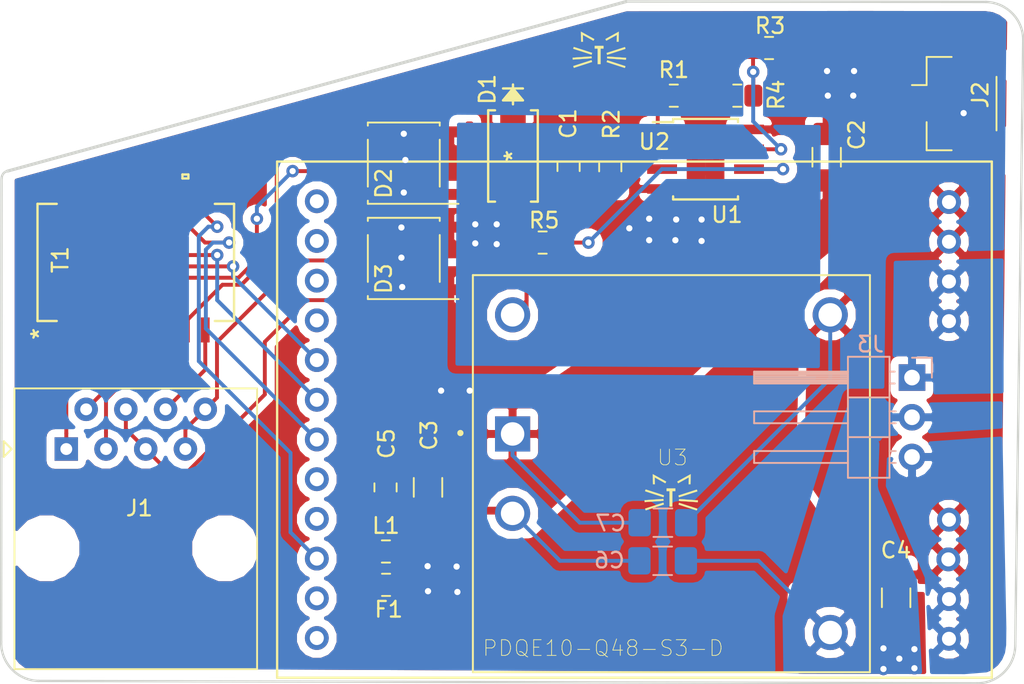
<source format=kicad_pcb>
(kicad_pcb (version 20171130) (host pcbnew "(5.0.0)")
  (layers (0 F.Cu signal) (31 B.Cu signal) (34 B.Paste user hide) (35 F.Paste user hide) (36 B.SilkS user) (37 F.SilkS user) (38 B.Mask user hide) (39 F.Mask user hide) (44 Edge.Cuts user))
  (net 0 "")
  (net 1 /VDD)
  (net 2 /VSS)
  (net 3 "Net-(C2-Pad2)")
  (net 4 "Net-(D2-Pad4)")
  (net 5 "Net-(D2-Pad3)")
  (net 6 "Net-(D3-Pad3)")
  (net 7 "Net-(D3-Pad4)")
  (net 8 "Net-(J1-Pad1)")
  (net 9 "Net-(J1-Pad2)")
  (net 10 "Net-(J1-Pad3)")
  (net 11 "Net-(J1-Pad6)")
  (net 12 /3V3DC)
  (net 13 /VREG)
  (net 14 /12VDC)
  (net 15 "Net-(R1-Pad1)")
  (net 16 "Net-(R2-Pad1)")
  (net 17 "Net-(R3-Pad2)")
  (net 18 "Net-(R5-Pad2)")
  (net 19 "Net-(R5-Pad1)")
  (net 20 "Net-(T1-Pad9)")
  (net 21 "Net-(T1-Pad11)")
  (net 22 "Net-(T1-Pad14)")
  (net 23 /-VREG)
  (net 24 "Net-(T1-Pad16)")
  (net 25 "Net-(C3-Pad1)")
  (net 26 "Net-(F1-Pad1)")
  (module "My Library:CONV_PDQE10-Q48-S3-D" (layer F.Cu) (at 138.7856 99.1108 90)
    (fp_text reference U3 (at 1.0287 0.0635 180) (layer F.SilkS) (effects (font (size 1.00157 1.00157) (thickness 0.05))))
    (fp_text value PDQE10-Q48-S3-D (at -11.1633 -4.3688 180) (layer F.SilkS) (effects (font (size 1.00286 1.00286) (thickness 0.05))))
    (pad 1 thru_hole rect (at 2.54 -10.16 90) (size 2.25 2.25) (drill 1.5) (layers *.Cu *.Mask) (net 3 "Net-(C2-Pad2)"))
    (pad 2 thru_hole circle (at -2.54 -10.16 90) (size 2.25 2.25) (drill 1.5) (layers *.Cu *.Mask) (net 25 "Net-(C3-Pad1)"))
    (pad 3 thru_hole circle (at -10.16 10.16 90) (size 2.25 2.25) (drill 1.5) (layers *.Cu *.Mask) (net 13 /VREG))
    (pad 5 thru_hole circle (at 10.16 10.16 90) (size 2.25 2.25) (drill 1.5) (layers *.Cu *.Mask) (net 23 /-VREG))
    (pad 6 thru_hole circle (at 10.16 -10.16 90) (size 2.25 2.25) (drill 1.5) (layers *.Cu *.Mask) (net 18 "Net-(R5-Pad2)"))
  )
  (module "My Library:S558-5500-25-F" (layer F.Cu) (at 104.521 85.598 90)
    (fp_text reference T1 (at 0.1778 -4.826 90) (layer F.SilkS))
    (fp_text value S558-5500-25-F hide)
    (fp_text user * (at -4.572 -6.1468 90) (layer F.SilkS))
    (pad 16 smd rect (at 4.318 -4.445 90) (size 1.6002 0.5588) (layers F.Cu F.Paste F.Mask) (net 24 "Net-(T1-Pad16)"))
    (pad 15 smd rect (at 4.318 -3.175 90) (size 1.6002 0.5588) (layers F.Cu F.Paste F.Mask))
    (pad 14 smd rect (at 4.318 -1.905 90) (size 1.6002 0.5588) (layers F.Cu F.Paste F.Mask) (net 22 "Net-(T1-Pad14)"))
    (pad 13 smd rect (at 4.318 -0.635 90) (size 1.6002 0.5588) (layers F.Cu F.Paste F.Mask))
    (pad 12 smd rect (at 4.318 0.635 90) (size 1.6002 0.5588) (layers F.Cu F.Paste F.Mask))
    (pad 11 smd rect (at 4.318 1.905 90) (size 1.6002 0.5588) (layers F.Cu F.Paste F.Mask) (net 21 "Net-(T1-Pad11)"))
    (pad 10 smd rect (at 4.318 3.175 90) (size 1.6002 0.5588) (layers F.Cu F.Paste F.Mask))
    (pad 9 smd rect (at 4.318 4.445 90) (size 1.6002 0.5588) (layers F.Cu F.Paste F.Mask) (net 20 "Net-(T1-Pad9)"))
    (pad 8 smd rect (at -4.318 4.445 90) (size 1.6002 0.5588) (layers F.Cu F.Paste F.Mask) (net 11 "Net-(J1-Pad6)"))
    (pad 7 smd rect (at -4.318 3.175 90) (size 1.6002 0.5588) (layers F.Cu F.Paste F.Mask) (net 5 "Net-(D2-Pad3)"))
    (pad 6 smd rect (at -4.318 1.905 90) (size 1.6002 0.5588) (layers F.Cu F.Paste F.Mask) (net 10 "Net-(J1-Pad3)"))
    (pad 5 smd rect (at -4.318 0.635 90) (size 1.6002 0.5588) (layers F.Cu F.Paste F.Mask))
    (pad 4 smd rect (at -4.318 -0.635 90) (size 1.6002 0.5588) (layers F.Cu F.Paste F.Mask))
    (pad 3 smd rect (at -4.318 -1.905 90) (size 1.6002 0.5588) (layers F.Cu F.Paste F.Mask) (net 9 "Net-(J1-Pad2)"))
    (pad 2 smd rect (at -4.318 -3.175 90) (size 1.6002 0.5588) (layers F.Cu F.Paste F.Mask) (net 4 "Net-(D2-Pad4)"))
    (pad 1 smd rect (at -4.318 -4.445 90) (size 1.6002 0.5588) (layers F.Cu F.Paste F.Mask) (net 8 "Net-(J1-Pad1)"))
  )
  (module "My Library:RJ45_Amphenol_54602-x08_Horizontal" (layer F.Cu) (at 100.076 97.536)
    (fp_text reference J1 (at 4.6736 3.7846) (layer F.SilkS))
    (fp_text value RJ45)
    (pad 8 thru_hole circle (at 8.89 -2.54) (size 1.5 1.5) (drill 0.76) (layers *.Cu *.Mask) (net 6 "Net-(D3-Pad3)"))
    (pad 7 thru_hole circle (at 7.62 0) (size 1.5 1.5) (drill 0.76) (layers *.Cu *.Mask) (net 6 "Net-(D3-Pad3)"))
    (pad 6 thru_hole circle (at 6.35 -2.54) (size 1.5 1.5) (drill 0.76) (layers *.Cu *.Mask) (net 11 "Net-(J1-Pad6)"))
    (pad 5 thru_hole circle (at 5.08 0) (size 1.5 1.5) (drill 0.76) (layers *.Cu *.Mask) (net 7 "Net-(D3-Pad4)"))
    (pad 4 thru_hole circle (at 3.81 -2.54) (size 1.5 1.5) (drill 0.76) (layers *.Cu *.Mask) (net 7 "Net-(D3-Pad4)"))
    (pad 3 thru_hole circle (at 2.54 0) (size 1.5 1.5) (drill 0.76) (layers *.Cu *.Mask) (net 10 "Net-(J1-Pad3)"))
    (pad 2 thru_hole circle (at 1.27 -2.54) (size 1.5 1.5) (drill 0.76) (layers *.Cu *.Mask) (net 9 "Net-(J1-Pad2)"))
    (pad 1 thru_hole rect (at 0 0) (size 1.5 1.5) (drill 0.76) (layers *.Cu *.Mask) (net 8 "Net-(J1-Pad1)"))
    (pad "" np_thru_hole circle (at -1.27 6.35) (size 3.2 3.2) (drill 3.2) (layers *.Cu *.Mask))
    (pad "" np_thru_hole circle (at 10.16 6.35) (size 3.2 3.2) (drill 3.2) (layers *.Cu *.Mask))
  )
  (module "PoESpeak:LOGO (2)" (layer F.Cu) (at 138.7602 100.3046)
    (fp_text reference G*** hide)
    (fp_text value LOGO hide)
  )
  (module Capacitor_SMD:C_0805_2012Metric_Pad1.15x1.40mm_HandSolder (layer F.Cu) (at 132.207 79.493 270)
    (fp_text reference C1 (at -2.7723 0.0254 270) (layer F.SilkS))
    (fp_text value 0.1uF)
    (pad 1 smd roundrect (at -1.025 0 270) (size 1.15 1.4) (layers F.Cu F.Paste F.Mask) (roundrect_rratio 0.217391) (net 1 /VDD))
    (pad 2 smd roundrect (at 1.025 0 270) (size 1.15 1.4) (layers F.Cu F.Paste F.Mask) (roundrect_rratio 0.217391) (net 2 /VSS))
  )
  (module "My Library:SMAJ58A-13-F" (layer F.Cu) (at 128.651 78.7878 270)
    (fp_text reference D1 (at -4.2642 1.6383 270) (layer F.SilkS))
    (fp_text value SMAJ58JA hide)
    (fp_text user * (at 0 0 270) (layer F.SilkS))
    (pad 1 smd rect (at -1.8572 0) (size 1.63 2.1804) (layers F.Cu F.Paste F.Mask) (net 1 /VDD))
    (pad 2 smd rect (at 1.8572 0) (size 1.63 2.1804) (layers F.Cu F.Paste F.Mask) (net 2 /VSS))
  )
  (module Diode_SMD:Diode_Bridge_Diotec_ABS (layer F.Cu) (at 121.666 79.248 180)
    (fp_text reference D2 (at 1.2827 -1.2954 270) (layer F.SilkS))
    (fp_text value ABS2)
    (pad 4 smd rect (at 2.975 -2 180) (size 1 0.7) (layers F.Cu F.Paste F.Mask) (net 4 "Net-(D2-Pad4)"))
    (pad 3 smd rect (at 2.975 2 180) (size 1 0.7) (layers F.Cu F.Paste F.Mask) (net 5 "Net-(D2-Pad3)"))
    (pad 2 smd rect (at -2.975 2 180) (size 1 0.7) (layers F.Cu F.Paste F.Mask) (net 2 /VSS))
    (pad 1 smd rect (at -2.975 -2 180) (size 1 0.7) (layers F.Cu F.Paste F.Mask) (net 1 /VDD))
  )
  (module Diode_SMD:Diode_Bridge_Diotec_ABS (layer F.Cu) (at 121.666 85.344 180)
    (fp_text reference D3 (at 1.2827 -1.2954 270) (layer F.SilkS))
    (fp_text value ABS2)
    (pad 1 smd rect (at -2.975 -2 180) (size 1 0.7) (layers F.Cu F.Paste F.Mask) (net 1 /VDD))
    (pad 2 smd rect (at -2.975 2 180) (size 1 0.7) (layers F.Cu F.Paste F.Mask) (net 2 /VSS))
    (pad 3 smd rect (at 2.975 2 180) (size 1 0.7) (layers F.Cu F.Paste F.Mask) (net 6 "Net-(D3-Pad3)"))
    (pad 4 smd rect (at 2.975 -2 180) (size 1 0.7) (layers F.Cu F.Paste F.Mask) (net 7 "Net-(D3-Pad4)"))
  )
  (module Connector_JST:JST_GH_BM02B-GHS-TBT_1x02-1MP_P1.25mm_Vertical (layer F.Cu) (at 156.972 75.438 270)
    (fp_text reference J2 (at -0.5588 -1.5748 270) (layer F.SilkS))
    (fp_text value Conn_01x02_Male)
    (pad 1 smd rect (at -0.625 1.95 270) (size 0.6 1.7) (layers F.Cu F.Paste F.Mask) (net 3 "Net-(C2-Pad2)"))
    (pad 2 smd rect (at 0.625 1.95 270) (size 0.6 1.7) (layers F.Cu F.Paste F.Mask) (net 1 /VDD))
    (pad MP smd rect (at -2.475 -1.4 270) (size 1 2.8) (layers F.Cu F.Paste F.Mask))
    (pad MP smd rect (at 2.475 -1.4 270) (size 1 2.8) (layers F.Cu F.Paste F.Mask))
  )
  (module Connector_PinHeader_2.54mm:PinHeader_1x03_P2.54mm_Horizontal (layer B.Cu) (at 154.178 92.964 180)
    (fp_text reference J3 (at 2.65684 2.12852 180) (layer B.SilkS) (effects (justify mirror)))
    (fp_text value Conn_01x03_Male)
    (pad 1 thru_hole rect (at 0 0 180) (size 1.7 1.7) (drill 1) (layers *.Cu *.Mask) (net 12 /3V3DC))
    (pad 2 thru_hole oval (at 0 -2.54 180) (size 1.7 1.7) (drill 1) (layers *.Cu *.Mask) (net 13 /VREG))
    (pad 3 thru_hole oval (at 0 -5.08 180) (size 1.7 1.7) (drill 1) (layers *.Cu *.Mask) (net 14 /12VDC))
  )
  (module Resistor_SMD:R_0805_2012Metric_Pad1.15x1.40mm_HandSolder (layer F.Cu) (at 138.938 74.93)
    (fp_text reference R1 (at 0 -1.65) (layer F.SilkS))
    (fp_text value 287K)
    (pad 1 smd roundrect (at -1.025 0) (size 1.15 1.4) (layers F.Cu F.Paste F.Mask) (roundrect_rratio 0.217391) (net 15 "Net-(R1-Pad1)"))
    (pad 2 smd roundrect (at 1.025 0) (size 1.15 1.4) (layers F.Cu F.Paste F.Mask) (roundrect_rratio 0.217391) (net 2 /VSS))
  )
  (module Resistor_SMD:R_0805_2012Metric_Pad1.15x1.40mm_HandSolder (layer F.Cu) (at 134.874 79.511 270)
    (fp_text reference R2 (at -2.7522 -0.0762 270) (layer F.SilkS))
    (fp_text value 255)
    (pad 1 smd roundrect (at -1.025 0 270) (size 1.15 1.4) (layers F.Cu F.Paste F.Mask) (roundrect_rratio 0.217391) (net 16 "Net-(R2-Pad1)"))
    (pad 2 smd roundrect (at 1.025 0 270) (size 1.15 1.4) (layers F.Cu F.Paste F.Mask) (roundrect_rratio 0.217391) (net 2 /VSS))
  )
  (module Resistor_SMD:R_0805_2012Metric_Pad1.15x1.40mm_HandSolder (layer F.Cu) (at 145.034 71.882 180)
    (fp_text reference R3 (at -0.0635 1.4224 180) (layer F.SilkS))
    (fp_text value 23.2k)
    (pad 2 smd roundrect (at 1.025 0 180) (size 1.15 1.4) (layers F.Cu F.Paste F.Mask) (roundrect_rratio 0.217391) (net 17 "Net-(R3-Pad2)"))
    (pad 1 smd roundrect (at -1.025 0 180) (size 1.15 1.4) (layers F.Cu F.Paste F.Mask) (roundrect_rratio 0.217391) (net 1 /VDD))
  )
  (module Resistor_SMD:R_0805_2012Metric_Pad1.15x1.40mm_HandSolder (layer F.Cu) (at 143.002 74.93 180)
    (fp_text reference R4 (at -2.4892 0.0508 270) (layer F.SilkS))
    (fp_text value 1.62k)
    (pad 1 smd roundrect (at -1.025 0 180) (size 1.15 1.4) (layers F.Cu F.Paste F.Mask) (roundrect_rratio 0.217391) (net 17 "Net-(R3-Pad2)"))
    (pad 2 smd roundrect (at 1.025 0 180) (size 1.15 1.4) (layers F.Cu F.Paste F.Mask) (roundrect_rratio 0.217391) (net 2 /VSS))
  )
  (module Resistor_SMD:R_0805_2012Metric_Pad1.15x1.40mm_HandSolder (layer F.Cu) (at 130.547 84.328 180)
    (fp_text reference R5 (at -0.0979 1.4224 180) (layer F.SilkS))
    (fp_text value 0)
    (pad 2 smd roundrect (at 1.025 0 180) (size 1.15 1.4) (layers F.Cu F.Paste F.Mask) (roundrect_rratio 0.217391) (net 18 "Net-(R5-Pad2)"))
    (pad 1 smd roundrect (at -1.025 0 180) (size 1.15 1.4) (layers F.Cu F.Paste F.Mask) (roundrect_rratio 0.217391) (net 19 "Net-(R5-Pad1)"))
  )
  (module Package_SO:TI_SO-PowerPAD-8 (layer F.Cu) (at 140.97 78.994)
    (fp_text reference U1 (at 1.3716 3.556) (layer F.SilkS))
    (fp_text value TPS2376-H)
    (pad 1 smd rect (at -2.78 -1.905) (size 1.91 0.61) (layers F.Cu F.Paste F.Mask) (net 15 "Net-(R1-Pad1)"))
    (pad 2 smd rect (at -2.78 -0.635) (size 1.91 0.61) (layers F.Cu F.Paste F.Mask) (net 16 "Net-(R2-Pad1)"))
    (pad 3 smd rect (at -2.78 0.635) (size 1.91 0.61) (layers F.Cu F.Paste F.Mask))
    (pad 4 smd rect (at -2.78 1.905) (size 1.91 0.61) (layers F.Cu F.Paste F.Mask) (net 2 /VSS))
    (pad 5 smd rect (at 2.78 1.905) (size 1.91 0.61) (layers F.Cu F.Paste F.Mask) (net 3 "Net-(C2-Pad2)"))
    (pad 6 smd rect (at 2.78 0.635) (size 1.91 0.61) (layers F.Cu F.Paste F.Mask) (net 19 "Net-(R5-Pad1)"))
    (pad 7 smd rect (at 2.78 -0.635) (size 1.91 0.61) (layers F.Cu F.Paste F.Mask) (net 17 "Net-(R3-Pad2)"))
    (pad 8 smd rect (at 2.78 -1.905) (size 1.91 0.61) (layers F.Cu F.Paste F.Mask) (net 1 /VDD))
    (pad 9 smd rect (at 0.6025 0.775) (size 1.205 1.55) (layers F.Cu F.Paste F.Mask) (net 2 /VSS))
    (pad 9 smd rect (at 0.6025 -0.775) (size 1.205 1.55) (layers F.Cu F.Paste F.Mask) (net 2 /VSS))
    (pad 9 smd rect (at -0.6025 0.775) (size 1.205 1.55) (layers F.Cu F.Paste F.Mask) (net 2 /VSS))
    (pad 9 smd rect (at -0.6025 -0.775) (size 1.205 1.55) (layers F.Cu F.Paste F.Mask) (net 2 /VSS))
  )
  (module PoESpeak:mEZS84801A (layer F.Cu) (at 116.102201 81.685201)
    (fp_text reference U2 (at 21.59 -3.81) (layer F.SilkS))
    (fp_text value mEZS84801A)
    (pad 1 thru_hole circle (at 0 0) (size 1.524 1.524) (drill 0.9) (layers *.Cu *.Mask))
    (pad 2 thru_hole circle (at 0 2.54) (size 1.524 1.524) (drill 0.9) (layers *.Cu *.Mask))
    (pad 3 thru_hole circle (at 0 5.08) (size 1.524 1.524) (drill 0.9) (layers *.Cu *.Mask))
    (pad 4 thru_hole circle (at 0 7.62) (size 1.524 1.524) (drill 0.9) (layers *.Cu *.Mask))
    (pad 5 thru_hole circle (at 0 10.16) (size 1.524 1.524) (drill 0.9) (layers *.Cu *.Mask) (net 24 "Net-(T1-Pad16)"))
    (pad 6 thru_hole circle (at 0 12.7) (size 1.524 1.524) (drill 0.9) (layers *.Cu *.Mask) (net 22 "Net-(T1-Pad14)"))
    (pad 7 thru_hole circle (at 0 15.24) (size 1.524 1.524) (drill 0.9) (layers *.Cu *.Mask) (net 21 "Net-(T1-Pad11)"))
    (pad 8 thru_hole circle (at 0 17.78) (size 1.524 1.524) (drill 0.9) (layers *.Cu *.Mask))
    (pad 9 thru_hole circle (at 0 20.32) (size 1.524 1.524) (drill 0.9) (layers *.Cu *.Mask))
    (pad 10 thru_hole circle (at 0 22.86) (size 1.524 1.524) (drill 0.9) (layers *.Cu *.Mask) (net 20 "Net-(T1-Pad9)"))
    (pad 11 thru_hole circle (at 0 25.4) (size 1.524 1.524) (drill 0.9) (layers *.Cu *.Mask))
    (pad 12 thru_hole circle (at 0 27.94) (size 1.524 1.524) (drill 0.9) (layers *.Cu *.Mask))
    (pad 13 thru_hole circle (at 40.44 27.99) (size 1.524 1.524) (drill 0.9) (layers *.Cu *.Mask) (net 14 /12VDC))
    (pad 14 thru_hole circle (at 40.44 25.45) (size 1.524 1.524) (drill 0.9) (layers *.Cu *.Mask) (net 14 /12VDC))
    (pad 15 thru_hole circle (at 40.4 22.91) (size 1.524 1.524) (drill 0.9) (layers *.Cu *.Mask) (net 23 /-VREG))
    (pad 16 thru_hole circle (at 40.44 20.37) (size 1.524 1.524) (drill 0.9) (layers *.Cu *.Mask) (net 23 /-VREG))
    (pad 17 thru_hole circle (at 40.44 7.67) (size 1.524 1.524) (drill 0.9) (layers *.Cu *.Mask) (net 12 /3V3DC))
    (pad 18 thru_hole circle (at 40.44 5.13) (size 1.524 1.524) (drill 0.9) (layers *.Cu *.Mask) (net 12 /3V3DC))
    (pad 19 thru_hole circle (at 40.44 2.59) (size 1.524 1.524) (drill 0.9) (layers *.Cu *.Mask) (net 23 /-VREG))
    (pad 20 thru_hole circle (at 40.44 0.05) (size 1.524 1.524) (drill 0.9) (layers *.Cu *.Mask) (net 23 /-VREG))
  )
  (module Capacitor_SMD:C_1206_3216Metric_Pad1.42x1.75mm_HandSolder (layer F.Cu) (at 148.717 78.867 270)
    (fp_text reference C2 (at -1.42748 -1.92024 270) (layer F.SilkS))
    (fp_text value 22uF)
    (pad 1 smd roundrect (at -1.4875 0 270) (size 1.425 1.75) (layers F.Cu F.Paste F.Mask) (roundrect_rratio 0.175439) (net 1 /VDD))
    (pad 2 smd roundrect (at 1.4875 0 270) (size 1.425 1.75) (layers F.Cu F.Paste F.Mask) (roundrect_rratio 0.175439) (net 3 "Net-(C2-Pad2)"))
  )
  (module Capacitor_SMD:C_1206_3216Metric_Pad1.42x1.75mm_HandSolder (layer F.Cu) (at 123.2154 99.9887 90)
    (fp_text reference C3 (at 3.329 0.0635 90) (layer F.SilkS))
    (fp_text value 1uF)
    (pad 1 smd roundrect (at -1.4875 0 90) (size 1.425 1.75) (layers F.Cu F.Paste F.Mask) (roundrect_rratio 0.175439) (net 25 "Net-(C3-Pad1)"))
    (pad 2 smd roundrect (at 1.4875 0 90) (size 1.425 1.75) (layers F.Cu F.Paste F.Mask) (roundrect_rratio 0.175439) (net 3 "Net-(C2-Pad2)"))
  )
  (module Capacitor_SMD:C_1206_3216Metric_Pad1.42x1.75mm_HandSolder (layer F.Cu) (at 153.162 107.0499 90)
    (fp_text reference C4 (at 3.0369 -0.0127 180) (layer F.SilkS))
    (fp_text value 10uF)
    (pad 2 smd roundrect (at 1.4875 0 90) (size 1.425 1.75) (layers F.Cu F.Paste F.Mask) (roundrect_rratio 0.175439) (net 23 /-VREG))
    (pad 1 smd roundrect (at -1.4875 0 90) (size 1.425 1.75) (layers F.Cu F.Paste F.Mask) (roundrect_rratio 0.175439) (net 13 /VREG))
  )
  (module Capacitor_SMD:C_0805_2012Metric_Pad1.15x1.40mm_HandSolder (layer F.Cu) (at 120.4976 99.9908 90)
    (fp_text reference C5 (at 2.7977 0.0635 90) (layer F.SilkS))
    (fp_text value 0.1uF)
    (pad 1 smd roundrect (at -1.025 0 90) (size 1.15 1.4) (layers F.Cu F.Paste F.Mask) (roundrect_rratio 0.217391) (net 25 "Net-(C3-Pad1)"))
    (pad 2 smd roundrect (at 1.025 0 90) (size 1.15 1.4) (layers F.Cu F.Paste F.Mask) (roundrect_rratio 0.217391) (net 3 "Net-(C2-Pad2)"))
  )
  (module Capacitor_SMD:C_1206_3216Metric_Pad1.42x1.75mm_HandSolder (layer B.Cu) (at 138.2252 104.6861)
    (fp_text reference C6 (at -3.40708 -0.03302) (layer B.SilkS) (effects (justify mirror)))
    (fp_text value "1nF 2kv")
    (pad 1 smd roundrect (at -1.4875 0) (size 1.425 1.75) (layers B.Cu B.Paste B.Mask) (roundrect_rratio 0.175439) (net 25 "Net-(C3-Pad1)"))
    (pad 2 smd roundrect (at 1.4875 0) (size 1.425 1.75) (layers B.Cu B.Paste B.Mask) (roundrect_rratio 0.175439) (net 13 /VREG))
  )
  (module Capacitor_SMD:C_1206_3216Metric_Pad1.42x1.75mm_HandSolder (layer B.Cu) (at 138.2395 102.2477)
    (fp_text reference C7 (at -3.3401 0.03302) (layer B.SilkS) (effects (justify mirror)))
    (fp_text value "1nF 2kv")
    (pad 2 smd roundrect (at 1.4875 0) (size 1.425 1.75) (layers B.Cu B.Paste B.Mask) (roundrect_rratio 0.175439) (net 23 /-VREG))
    (pad 1 smd roundrect (at -1.4875 0) (size 1.425 1.75) (layers B.Cu B.Paste B.Mask) (roundrect_rratio 0.175439) (net 3 "Net-(C2-Pad2)"))
  )
  (module Fuse:Fuse_0805_2012Metric_Pad1.15x1.40mm_HandSolder (layer F.Cu) (at 120.532 106.2228)
    (fp_text reference F1 (at 0.1688 1.5748) (layer F.SilkS))
    (fp_text value Fuse)
    (pad 1 smd roundrect (at -1.025 0) (size 1.15 1.4) (layers F.Cu F.Paste F.Mask) (roundrect_rratio 0.217391) (net 26 "Net-(F1-Pad1)"))
    (pad 2 smd roundrect (at 1.025 0) (size 1.15 1.4) (layers F.Cu F.Paste F.Mask) (roundrect_rratio 0.217391) (net 1 /VDD))
  )
  (module Inductor_SMD:L_0805_2012Metric_Pad1.15x1.40mm_HandSolder (layer F.Cu) (at 120.523 104.0892)
    (fp_text reference L1 (at 0 -1.65) (layer F.SilkS))
    (fp_text value LQM2MPN4R7MG0L)
    (pad 1 smd roundrect (at -1.025 0) (size 1.15 1.4) (layers F.Cu F.Paste F.Mask) (roundrect_rratio 0.217391) (net 26 "Net-(F1-Pad1)"))
    (pad 2 smd roundrect (at 1.025 0) (size 1.15 1.4) (layers F.Cu F.Paste F.Mask) (roundrect_rratio 0.217391) (net 25 "Net-(C3-Pad1)"))
  )
  (module "PoESpeak:LOGO (2)" (layer F.Cu) (at 134.1628 71.9963)
    (fp_text reference G*** hide)
    (fp_text value LOGO hide)
  )
  (gr_arc (start 96.4184 80.2132) (end 96.291401 79.756001) (angle -74.475889) (layer Edge.Cuts) (width 0.15))
  (gr_line (start 96.3168 79.756) (end 135.89 68.9102) (layer Edge.Cuts) (width 0.2))
  (gr_line (start 95.9104 109.8804) (end 95.9358 80.2386) (layer Edge.Cuts) (width 0.15))
  (gr_line (start 160.782 110.1344) (end 161.29 71.374) (layer Edge.Cuts) (width 0.15))
  (gr_line (start 158.9024 68.9356) (end 135.89 68.9102) (layer Edge.Cuts) (width 0.15))
  (gr_arc (start 158.8516 71.374) (end 161.29 71.374) (angle -88.80653406) (layer Edge.Cuts) (width 0.15))
  (gr_line (start 98.298 112.3696) (end 158.3436 112.522) (layer Edge.Cuts) (width 0.15))
  (gr_arc (start 158.343599 110.083601) (end 158.3436 112.522) (angle -88.80650959) (layer Edge.Cuts) (width 0.15))
  (gr_arc (start 98.348799 109.931199) (end 95.9104 109.8804) (angle -90) (layer Edge.Cuts) (width 0.15))
  (segment (start 123.891 81.248) (end 123.796 81.153) (width 0.25) (layer F.Cu) (net 1))
  (segment (start 124.641 81.248) (end 123.891 81.248) (width 0.25) (layer F.Cu) (net 1))
  (segment (start 123.796 81.153) (end 122.301 81.153) (width 0.25) (layer F.Cu) (net 1))
  (via (at 121.666 77.3684) (size 0.8) (drill 0.4) (layers F.Cu B.Cu) (net 1))
  (via (at 121.7676 79.0448) (size 0.8) (drill 0.4) (layers F.Cu B.Cu) (net 1))
  (via (at 121.5136 83.3628) (size 0.8) (drill 0.4) (layers F.Cu B.Cu) (net 1))
  (via (at 121.5136 85.2932) (size 0.8) (drill 0.4) (layers F.Cu B.Cu) (net 1))
  (via (at 121.5644 87.1728) (size 0.8) (drill 0.4) (layers F.Cu B.Cu) (net 1))
  (via (at 121.666 81.1276) (size 0.8) (drill 0.4) (layers F.Cu B.Cu) (net 1))
  (via (at 150.4188 74.93) (size 0.8) (drill 0.4) (layers F.Cu B.Cu) (net 1))
  (via (at 148.7932 74.93) (size 0.8) (drill 0.4) (layers F.Cu B.Cu) (net 1))
  (via (at 148.7424 73.3552) (size 0.8) (drill 0.4) (layers F.Cu B.Cu) (net 1))
  (via (at 150.4696 73.3552) (size 0.8) (drill 0.4) (layers F.Cu B.Cu) (net 1))
  (via (at 157.48 76.0476) (size 0.8) (drill 0.4) (layers F.Cu B.Cu) (net 1))
  (segment (start 155.022 76.063) (end 157.4646 76.063) (width 0.25) (layer F.Cu) (net 1))
  (segment (start 157.4646 76.063) (end 157.48 76.0476) (width 0.25) (layer F.Cu) (net 1))
  (via (at 123.19 105.029) (size 0.8) (drill 0.4) (layers F.Cu B.Cu) (net 1))
  (via (at 125.0442 105.0544) (size 0.8) (drill 0.4) (layers F.Cu B.Cu) (net 1))
  (via (at 123.2154 106.6292) (size 0.8) (drill 0.4) (layers F.Cu B.Cu) (net 1))
  (via (at 125.095 106.68) (size 0.8) (drill 0.4) (layers F.Cu B.Cu) (net 1))
  (via (at 124.0536 93.8022) (size 0.8) (drill 0.4) (layers F.Cu B.Cu) (net 1))
  (via (at 125.8824 93.8022) (size 0.8) (drill 0.4) (layers F.Cu B.Cu) (net 1))
  (via (at 137.3632 82.804) (size 0.8) (drill 0.4) (layers F.Cu B.Cu) (net 2))
  (via (at 139.0904 82.8548) (size 0.8) (drill 0.4) (layers F.Cu B.Cu) (net 2))
  (via (at 140.716 82.8548) (size 0.8) (drill 0.4) (layers F.Cu B.Cu) (net 2))
  (via (at 137.3632 84.1756) (size 0.8) (drill 0.4) (layers F.Cu B.Cu) (net 2))
  (via (at 139.0396 84.1756) (size 0.8) (drill 0.4) (layers F.Cu B.Cu) (net 2))
  (via (at 140.716 84.2264) (size 0.8) (drill 0.4) (layers F.Cu B.Cu) (net 2))
  (via (at 136.0932 83.4136) (size 0.8) (drill 0.4) (layers F.Cu B.Cu) (net 2))
  (via (at 126.238 83.1596) (size 0.8) (drill 0.4) (layers F.Cu B.Cu) (net 2))
  (via (at 127.6096 83.1596) (size 0.8) (drill 0.4) (layers F.Cu B.Cu) (net 2))
  (via (at 126.238 84.3788) (size 0.8) (drill 0.4) (layers F.Cu B.Cu) (net 2))
  (via (at 127.6096 84.4296) (size 0.8) (drill 0.4) (layers F.Cu B.Cu) (net 2))
  (segment (start 120.9622 98.5012) (end 120.4976 98.9658) (width 0.5) (layer F.Cu) (net 3))
  (segment (start 123.2154 98.5012) (end 120.9622 98.5012) (width 0.5) (layer F.Cu) (net 3))
  (segment (start 128.6256 98.1958) (end 128.6256 96.5708) (width 0.5) (layer F.Cu) (net 3))
  (segment (start 128.3202 98.5012) (end 128.6256 98.1958) (width 0.5) (layer F.Cu) (net 3))
  (segment (start 123.2154 98.5012) (end 128.3202 98.5012) (width 0.5) (layer F.Cu) (net 3))
  (segment (start 128.6256 97.9458) (end 128.6256 96.5708) (width 0.25) (layer B.Cu) (net 3))
  (segment (start 132.9275 102.2477) (end 128.6256 97.9458) (width 0.25) (layer B.Cu) (net 3))
  (segment (start 136.752 102.2477) (end 132.9275 102.2477) (width 0.25) (layer B.Cu) (net 3))
  (segment (start 101.346 89.916) (end 101.346 89.3953) (width 0.25) (layer F.Cu) (net 4))
  (via (at 112.268 82.804) (size 0.8) (drill 0.4) (layers F.Cu B.Cu) (net 4))
  (segment (start 112.268 85.401002) (end 112.268 82.804) (width 0.25) (layer F.Cu) (net 4))
  (segment (start 111.092001 86.577001) (end 112.268 85.401002) (width 0.25) (layer F.Cu) (net 4))
  (segment (start 101.346 89.3953) (end 104.164299 86.577001) (width 0.25) (layer F.Cu) (net 4))
  (segment (start 104.164299 86.577001) (end 111.092001 86.577001) (width 0.25) (layer F.Cu) (net 4))
  (via (at 114.554 79.756) (size 0.8) (drill 0.4) (layers F.Cu B.Cu) (net 4))
  (segment (start 112.268 82.804) (end 112.268 82.042) (width 0.25) (layer B.Cu) (net 4))
  (segment (start 112.268 82.042) (end 114.554 79.756) (width 0.25) (layer B.Cu) (net 4))
  (segment (start 117.941 81.248) (end 118.691 81.248) (width 0.25) (layer F.Cu) (net 4))
  (segment (start 114.554 79.756) (end 116.449 79.756) (width 0.25) (layer F.Cu) (net 4))
  (segment (start 116.449 79.756) (end 117.941 81.248) (width 0.25) (layer F.Cu) (net 4))
  (segment (start 114.776 77.248) (end 118.691 77.248) (width 0.25) (layer F.Cu) (net 5))
  (segment (start 113.538 78.486) (end 114.776 77.248) (width 0.25) (layer F.Cu) (net 5))
  (segment (start 113.538 84.767412) (end 113.538 78.486) (width 0.25) (layer F.Cu) (net 5))
  (segment (start 111.278402 87.02701) (end 113.538 84.767412) (width 0.25) (layer F.Cu) (net 5))
  (segment (start 110.064289 87.027011) (end 111.278402 87.02701) (width 0.25) (layer F.Cu) (net 5))
  (segment (start 107.696 89.3953) (end 110.064289 87.027011) (width 0.25) (layer F.Cu) (net 5))
  (segment (start 107.696 89.916) (end 107.696 89.3953) (width 0.25) (layer F.Cu) (net 5))
  (segment (start 107.696 96.266) (end 108.966 94.996) (width 0.25) (layer F.Cu) (net 6))
  (segment (start 107.696 97.536) (end 107.696 96.266) (width 0.25) (layer F.Cu) (net 6))
  (segment (start 109.715999 94.246001) (end 108.966 94.996) (width 0.25) (layer F.Cu) (net 6))
  (segment (start 109.715999 90.690001) (end 109.715999 94.246001) (width 0.25) (layer F.Cu) (net 6))
  (segment (start 114.935 85.471) (end 109.715999 90.690001) (width 0.25) (layer F.Cu) (net 6))
  (segment (start 117.221 85.471) (end 114.935 85.471) (width 0.25) (layer F.Cu) (net 6))
  (segment (start 118.691 83.344) (end 118.691 84.001) (width 0.25) (layer F.Cu) (net 6))
  (segment (start 118.691 84.001) (end 117.221 85.471) (width 0.25) (layer F.Cu) (net 6))
  (segment (start 103.886 96.266) (end 105.156 97.536) (width 0.25) (layer F.Cu) (net 7))
  (segment (start 103.886 94.996) (end 103.886 96.266) (width 0.25) (layer F.Cu) (net 7))
  (segment (start 105.156 97.536) (end 106.68 99.06) (width 0.25) (layer F.Cu) (net 7))
  (segment (start 107.763002 99.06) (end 112.776 94.047002) (width 0.25) (layer F.Cu) (net 7))
  (segment (start 106.68 99.06) (end 107.763002 99.06) (width 0.25) (layer F.Cu) (net 7))
  (segment (start 112.776 94.047002) (end 112.776 90.678) (width 0.25) (layer F.Cu) (net 7))
  (segment (start 117.941 87.344) (end 118.691 87.344) (width 0.25) (layer F.Cu) (net 7))
  (segment (start 112.776 90.678) (end 115.443 88.011) (width 0.25) (layer F.Cu) (net 7))
  (segment (start 117.274 88.011) (end 117.602 87.683) (width 0.25) (layer F.Cu) (net 7))
  (segment (start 115.443 88.011) (end 117.274 88.011) (width 0.25) (layer F.Cu) (net 7))
  (segment (start 117.432798 87.852202) (end 117.602 87.683) (width 0.25) (layer F.Cu) (net 7))
  (segment (start 117.602 87.683) (end 117.941 87.344) (width 0.25) (layer F.Cu) (net 7))
  (segment (start 100.076 96.536) (end 100.076 89.916) (width 0.25) (layer F.Cu) (net 8))
  (segment (start 100.076 97.536) (end 100.076 96.536) (width 0.25) (layer F.Cu) (net 8))
  (segment (start 102.616 93.726) (end 102.616 89.916) (width 0.25) (layer F.Cu) (net 9))
  (segment (start 101.346 94.996) (end 102.616 93.726) (width 0.25) (layer F.Cu) (net 9))
  (segment (start 102.616 96.47534) (end 102.616 97.536) (width 0.25) (layer F.Cu) (net 10))
  (segment (start 102.616 94.36241) (end 102.616 96.47534) (width 0.25) (layer F.Cu) (net 10))
  (segment (start 106.426 90.55241) (end 102.616 94.36241) (width 0.25) (layer F.Cu) (net 10))
  (segment (start 106.426 89.916) (end 106.426 90.55241) (width 0.25) (layer F.Cu) (net 10))
  (segment (start 108.966 92.456) (end 106.426 94.996) (width 0.25) (layer F.Cu) (net 11))
  (segment (start 108.966 89.916) (end 108.966 92.456) (width 0.25) (layer F.Cu) (net 11))
  (via (at 152.3492 110.2868) (size 0.8) (drill 0.4) (layers F.Cu B.Cu) (net 13))
  (via (at 154.3304 110.3376) (size 0.8) (drill 0.4) (layers F.Cu B.Cu) (net 13))
  (via (at 152.3492 111.6076) (size 0.8) (drill 0.4) (layers F.Cu B.Cu) (net 13))
  (via (at 154.3304 111.5568) (size 0.8) (drill 0.4) (layers F.Cu B.Cu) (net 13))
  (via (at 153.3652 110.9472) (size 0.8) (drill 0.4) (layers F.Cu B.Cu) (net 13))
  (segment (start 144.3609 104.6861) (end 148.9456 109.2708) (width 0.25) (layer B.Cu) (net 13))
  (segment (start 139.7127 104.6861) (end 144.3609 104.6861) (width 0.25) (layer B.Cu) (net 13))
  (segment (start 137.913 76.812) (end 138.19 77.089) (width 0.25) (layer F.Cu) (net 15))
  (segment (start 137.913 74.93) (end 137.913 76.812) (width 0.25) (layer F.Cu) (net 15))
  (segment (start 138.063 78.486) (end 138.19 78.359) (width 0.25) (layer F.Cu) (net 16))
  (segment (start 134.874 78.486) (end 138.063 78.486) (width 0.25) (layer F.Cu) (net 16))
  (via (at 144.018 73.406) (size 0.8) (drill 0.4) (layers F.Cu B.Cu) (net 17))
  (segment (start 144.027 74.93) (end 144.027 73.415) (width 0.25) (layer F.Cu) (net 17))
  (segment (start 144.027 73.415) (end 144.018 73.406) (width 0.25) (layer F.Cu) (net 17))
  (segment (start 144.009 73.397) (end 144.018 73.406) (width 0.25) (layer F.Cu) (net 17))
  (segment (start 144.009 71.882) (end 144.009 73.397) (width 0.25) (layer F.Cu) (net 17))
  (via (at 145.796 78.359) (size 0.8) (drill 0.4) (layers F.Cu B.Cu) (net 17))
  (segment (start 144.018 73.406) (end 144.018 76.581) (width 0.25) (layer B.Cu) (net 17))
  (segment (start 144.018 76.581) (end 145.796 78.359) (width 0.25) (layer B.Cu) (net 17))
  (segment (start 145.796 78.359) (end 143.75 78.359) (width 0.25) (layer F.Cu) (net 17))
  (segment (start 129.522 88.882) (end 129.54 88.9) (width 0.25) (layer F.Cu) (net 18))
  (segment (start 129.522 84.328) (end 129.522 88.882) (width 0.25) (layer F.Cu) (net 18))
  (segment (start 129.522 88.0544) (end 128.6256 88.9508) (width 0.25) (layer F.Cu) (net 18))
  (segment (start 129.522 84.328) (end 129.522 88.0544) (width 0.25) (layer F.Cu) (net 18))
  (via (at 145.923 79.629) (size 0.8) (drill 0.4) (layers F.Cu B.Cu) (net 19))
  (segment (start 143.75 79.629) (end 145.923 79.629) (width 0.25) (layer F.Cu) (net 19))
  (via (at 133.477 84.328) (size 0.8) (drill 0.4) (layers F.Cu B.Cu) (net 19))
  (segment (start 145.923 79.629) (end 138.176 79.629) (width 0.25) (layer B.Cu) (net 19))
  (segment (start 138.176 79.629) (end 133.477 84.328) (width 0.25) (layer B.Cu) (net 19))
  (segment (start 133.477 84.328) (end 131.572 84.328) (width 0.25) (layer F.Cu) (net 19))
  (via (at 109.728 83.312) (size 0.8) (drill 0.4) (layers F.Cu B.Cu) (net 20))
  (segment (start 108.966 81.28) (end 108.966 82.55) (width 0.25) (layer F.Cu) (net 20))
  (segment (start 108.966 82.55) (end 109.728 83.312) (width 0.25) (layer F.Cu) (net 20))
  (segment (start 108.552989 83.921326) (end 108.552989 91.915989) (width 0.25) (layer B.Cu) (net 20))
  (segment (start 109.162315 83.312) (end 108.552989 83.921326) (width 0.25) (layer B.Cu) (net 20))
  (segment (start 109.728 83.312) (end 109.162315 83.312) (width 0.25) (layer B.Cu) (net 20))
  (segment (start 115.340202 103.783202) (end 116.102201 104.545201) (width 0.25) (layer B.Cu) (net 20))
  (segment (start 114.42192 102.86492) (end 115.340202 103.783202) (width 0.25) (layer B.Cu) (net 20))
  (segment (start 114.42192 97.78492) (end 114.42192 102.86492) (width 0.25) (layer B.Cu) (net 20))
  (segment (start 108.552989 91.915989) (end 114.42192 97.78492) (width 0.25) (layer B.Cu) (net 20))
  (via (at 110.49 84.328) (size 0.8) (drill 0.4) (layers F.Cu B.Cu) (net 21))
  (segment (start 108.9533 84.328) (end 110.49 84.328) (width 0.25) (layer F.Cu) (net 21))
  (segment (start 106.426 81.28) (end 106.426 81.8007) (width 0.25) (layer F.Cu) (net 21))
  (segment (start 106.426 81.8007) (end 108.9533 84.328) (width 0.25) (layer F.Cu) (net 21))
  (segment (start 115.340202 96.163202) (end 116.102201 96.925201) (width 0.25) (layer B.Cu) (net 21))
  (segment (start 109.002999 89.825999) (end 115.340202 96.163202) (width 0.25) (layer B.Cu) (net 21))
  (segment (start 109.002999 84.778999) (end 109.002999 89.825999) (width 0.25) (layer B.Cu) (net 21))
  (segment (start 109.453998 84.328) (end 109.002999 84.778999) (width 0.25) (layer B.Cu) (net 21))
  (segment (start 110.49 84.328) (end 109.453998 84.328) (width 0.25) (layer B.Cu) (net 21))
  (segment (start 102.616 81.28) (end 102.616 83.312) (width 0.25) (layer F.Cu) (net 22))
  (via (at 109.728 85.127) (size 0.8) (drill 0.4) (layers F.Cu B.Cu) (net 22))
  (segment (start 102.616 83.312) (end 104.431 85.127) (width 0.25) (layer F.Cu) (net 22))
  (segment (start 104.431 85.127) (end 109.728 85.127) (width 0.25) (layer F.Cu) (net 22))
  (segment (start 109.728 88.011) (end 116.102201 94.385201) (width 0.25) (layer B.Cu) (net 22))
  (segment (start 109.728 85.127) (end 109.728 88.011) (width 0.25) (layer B.Cu) (net 22))
  (segment (start 148.9456 93.0291) (end 139.727 102.2477) (width 0.25) (layer B.Cu) (net 23))
  (segment (start 148.9456 88.9508) (end 148.9456 93.0291) (width 0.25) (layer B.Cu) (net 23))
  (segment (start 100.076 81.28) (end 100.076 83.312) (width 0.25) (layer F.Cu) (net 24))
  (segment (start 100.076 83.312) (end 101.346 84.582) (width 0.25) (layer F.Cu) (net 24))
  (via (at 110.744 85.852) (size 0.8) (drill 0.4) (layers F.Cu B.Cu) (net 24))
  (segment (start 101.346 84.582) (end 102.616 85.852) (width 0.25) (layer F.Cu) (net 24))
  (segment (start 102.616 85.852) (end 110.744 85.852) (width 0.25) (layer F.Cu) (net 24))
  (segment (start 110.744 86.487) (end 116.102201 91.845201) (width 0.25) (layer B.Cu) (net 24))
  (segment (start 110.744 85.852) (end 110.744 86.487) (width 0.25) (layer B.Cu) (net 24))
  (segment (start 123.2154 101.4762) (end 123.2154 101.092) (width 0.5) (layer F.Cu) (net 25))
  (segment (start 122.755 101.0158) (end 123.2154 101.4762) (width 0.5) (layer F.Cu) (net 25))
  (segment (start 120.4976 101.0158) (end 122.755 101.0158) (width 0.5) (layer F.Cu) (net 25))
  (segment (start 128.451 101.4762) (end 128.6256 101.6508) (width 0.5) (layer F.Cu) (net 25))
  (segment (start 123.2154 101.4762) (end 128.451 101.4762) (width 0.5) (layer F.Cu) (net 25))
  (segment (start 123.2154 102.4218) (end 121.548 104.0892) (width 0.5) (layer F.Cu) (net 25))
  (segment (start 123.2154 101.4762) (end 123.2154 102.4218) (width 0.5) (layer F.Cu) (net 25))
  (segment (start 131.6609 104.6861) (end 136.7377 104.6861) (width 0.25) (layer B.Cu) (net 25))
  (segment (start 128.6256 101.6508) (end 131.6609 104.6861) (width 0.25) (layer B.Cu) (net 25))
  (segment (start 119.498 106.2138) (end 119.507 106.2228) (width 0.5) (layer F.Cu) (net 26))
  (segment (start 119.498 104.0892) (end 119.498 106.2138) (width 0.5) (layer F.Cu) (net 26))
  (zone (net 1) (net_name /VDD) (layer F.Cu) (connect_pads (clearance 0.508)) (min_thickness 0.254) (fill yes (arc_segments 16) (thermal_gap 0.508) (thermal_bridge_width 0.508))
    (polygon (pts (xy 96.774 111.5568) (xy 159.8168 111.8616) (xy 160.274 69.4944) (xy 96.774 69.596)))
  )
  (zone (net 2) (net_name /VSS) (layer F.Cu) (priority 1) (connect_pads (clearance 0.508)) (min_thickness 0.254) (fill yes (arc_segments 16) (thermal_gap 0.508) (thermal_bridge_width 0.508))
    (polygon (pts (xy 126.111 79.629) (xy 126.111 76.581) (xy 123.063 76.581) (xy 123.063 85.344) (xy 142.621 85.217) (xy 142.748 72.39) (xy 139.192 72.39) (xy 139.065 80.264) (xy 136.525 80.137) (xy 136.017 79.629)))
  )
  (zone (net 3) (net_name "Net-(C2-Pad2)") (layer F.Cu) (priority 2) (connect_pads (clearance 0.508)) (min_thickness 0.254) (fill yes (arc_segments 16) (thermal_gap 0.508) (thermal_bridge_width 0.508))
    (polygon (pts (xy 142.621 80.645) (xy 142.494 85.344) (xy 130.2004 93.726) (xy 121.6152 96.6724) (xy 121.6914 102.9208) (xy 129.6416 102.743) (xy 145.9484 87.376) (xy 150.876 83.312) (xy 156.591 76.962) (xy 156.718 73.914) (xy 152.781 73.914) (xy 150.115044 79.219817) (xy 147.447 79.121)))
  )
  (zone (net 23) (net_name /-VREG) (layer F.Cu) (priority 2) (connect_pads (clearance 0.508)) (min_thickness 0.254) (fill yes (arc_segments 16) (thermal_gap 0.508) (thermal_bridge_width 0.508))
    (polygon (pts (xy 147.5232 87.7189) (xy 147.2692 99.314) (xy 155.829 111.76) (xy 159.8168 111.8108) (xy 160.1597 79.9211) (xy 155.448 79.883)))
  )
  (zone (net 13) (net_name /VREG) (layer F.Cu) (priority 4) (connect_pads (clearance 0.508)) (min_thickness 0.254) (fill yes (arc_segments 16) (thermal_gap 0.508) (thermal_bridge_width 0.508))
    (polygon (pts (xy 146.558 109.2708) (xy 146.8628 112.014) (xy 155.0924 112.2172) (xy 154.9908 106.68) (xy 146.7612 106.5276)))
  )
  (zone (net 13) (net_name /VREG) (layer B.Cu) (priority 4) (connect_pads (clearance 0.508)) (min_thickness 0.254) (fill yes (arc_segments 16) (thermal_gap 0.508) (thermal_bridge_width 0.508))
    (polygon (pts (xy 155.0924 112.2172) (xy 154.94 109.0168) (xy 154.7368 106.2228) (xy 152.0444 97.028) (xy 159.96412 96.77908) (xy 159.98952 94.18828) (xy 150.2156 94.1832) (xy 145.8976 108.204) (xy 145.9484 111.8616)))
  )
  (zone (net 14) (net_name /12VDC) (layer B.Cu) (priority 6) (connect_pads (clearance 0.508)) (min_thickness 0.254) (fill yes (arc_segments 16) (thermal_gap 0.508) (thermal_bridge_width 0.508))
    (polygon (pts (xy 152.6032 97.2312) (xy 152.5016 99.9236) (xy 154.9908 105.7656) (xy 155.3464 112.1156) (xy 160.26892 111.71428) (xy 159.96412 96.72828)))
  )
  (zone (net 12) (net_name /3V3DC) (layer B.Cu) (priority 5) (connect_pads (clearance 0.508)) (min_thickness 0.254) (fill yes (arc_segments 16) (thermal_gap 0.508) (thermal_bridge_width 0.508))
    (polygon (pts (xy 152.908 94.0816) (xy 160.03524 93.97492) (xy 160.03524 85.33892) (xy 153.0096 85.4964)))
  )
  (zone (net 2) (net_name /VSS) (layer B.Cu) (priority 4) (connect_pads (clearance 0.508)) (min_thickness 0.254) (fill yes (arc_segments 16) (thermal_gap 0.508) (thermal_bridge_width 0.508))
    (polygon (pts (xy 125.0696 76.6572) (xy 124.968 92.202) (xy 148.2852 92.3544) (xy 148.336 76.8096)))
  )
  (zone (net 1) (net_name /VDD) (layer B.Cu) (connect_pads (clearance 0.508)) (min_thickness 0.254) (fill yes (arc_segments 16) (thermal_gap 0.508) (thermal_bridge_width 0.508))
    (polygon (pts (xy 96.774 69.596) (xy 160.2232 69.4944) (xy 159.8168 111.8616) (xy 96.774 111.5568)))
  )
)
</source>
